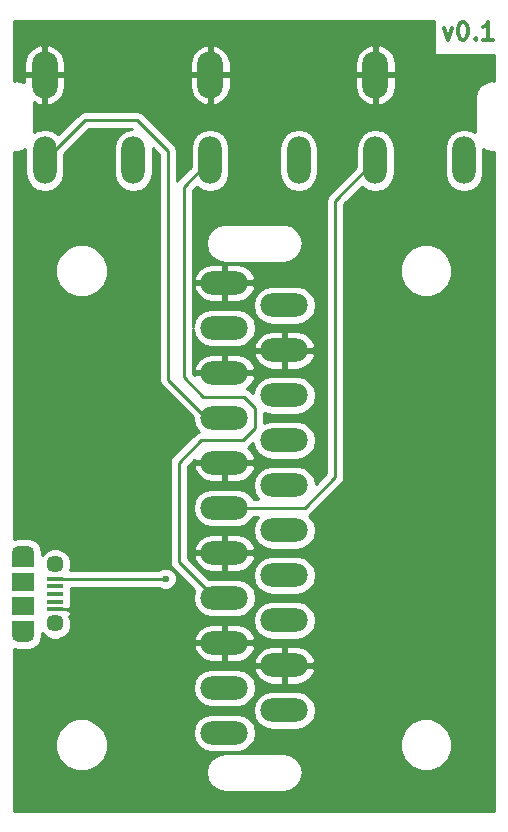
<source format=gtl>
G04 #@! TF.FileFunction,Copper,L1,Top,Signal*
%FSLAX46Y46*%
G04 Gerber Fmt 4.6, Leading zero omitted, Abs format (unit mm)*
G04 Created by KiCad (PCBNEW 4.0.7) date 06/08/18 01:01:08*
%MOMM*%
%LPD*%
G01*
G04 APERTURE LIST*
%ADD10C,0.100000*%
%ADD11C,0.300000*%
%ADD12O,2.200000X4.000000*%
%ADD13O,2.000000X4.000000*%
%ADD14O,4.000000X2.000000*%
%ADD15R,1.900000X1.500000*%
%ADD16C,1.450000*%
%ADD17R,1.350000X0.400000*%
%ADD18O,1.900000X1.200000*%
%ADD19R,1.900000X1.200000*%
%ADD20C,0.600000*%
%ADD21C,0.250000*%
%ADD22C,0.254000*%
G04 APERTURE END LIST*
D10*
D11*
X166518201Y-67689611D02*
X166875344Y-68689611D01*
X167232486Y-67689611D01*
X168089629Y-67189611D02*
X168232486Y-67189611D01*
X168375343Y-67261040D01*
X168446772Y-67332469D01*
X168518201Y-67475326D01*
X168589629Y-67761040D01*
X168589629Y-68118183D01*
X168518201Y-68403897D01*
X168446772Y-68546754D01*
X168375343Y-68618183D01*
X168232486Y-68689611D01*
X168089629Y-68689611D01*
X167946772Y-68618183D01*
X167875343Y-68546754D01*
X167803915Y-68403897D01*
X167732486Y-68118183D01*
X167732486Y-67761040D01*
X167803915Y-67475326D01*
X167875343Y-67332469D01*
X167946772Y-67261040D01*
X168089629Y-67189611D01*
X169232486Y-68546754D02*
X169303914Y-68618183D01*
X169232486Y-68689611D01*
X169161057Y-68618183D01*
X169232486Y-68546754D01*
X169232486Y-68689611D01*
X170732486Y-68689611D02*
X169875343Y-68689611D01*
X170303915Y-68689611D02*
X170303915Y-67189611D01*
X170161058Y-67403897D01*
X170018200Y-67546754D01*
X169875343Y-67618183D01*
D12*
X132745000Y-71671000D03*
X146745000Y-71671000D03*
X160745000Y-71671000D03*
D13*
X132745000Y-78921000D03*
X140245000Y-78921000D03*
X168245000Y-78921000D03*
X160745000Y-78921000D03*
X154245000Y-78921000D03*
X146745000Y-78921000D03*
D14*
X153035000Y-91176000D03*
X153035000Y-94986000D03*
X153035000Y-98796000D03*
X153035000Y-102606000D03*
X153035000Y-125466000D03*
X153035000Y-121656000D03*
X153035000Y-117846000D03*
X153035000Y-114036000D03*
X153035000Y-110226000D03*
X153035000Y-106416000D03*
X147955000Y-127381000D03*
X147955000Y-123571000D03*
X147955000Y-119761000D03*
X147955000Y-115951000D03*
X147955000Y-112141000D03*
X147955000Y-89281000D03*
X147955000Y-93091000D03*
X147955000Y-96901000D03*
X147955000Y-100711000D03*
X147955000Y-104521000D03*
X147955000Y-108331000D03*
D15*
X130937520Y-116620800D03*
D16*
X133637520Y-113120800D03*
D17*
X133637520Y-114970800D03*
X133637520Y-114320800D03*
X133637520Y-116920800D03*
X133637520Y-116270800D03*
X133637520Y-115620800D03*
D16*
X133637520Y-118120800D03*
D15*
X130937520Y-114620800D03*
D18*
X130937520Y-112120800D03*
X130937520Y-119120800D03*
D19*
X130937520Y-118520800D03*
X130937520Y-112720800D03*
D20*
X159258000Y-87376000D03*
X143764000Y-121158000D03*
X142976600Y-114330480D03*
D21*
X133637520Y-116920800D02*
X135534880Y-116920800D01*
X135534880Y-116920800D02*
X135554720Y-116900960D01*
X147955000Y-100711000D02*
X146431000Y-100711000D01*
X146431000Y-100711000D02*
X143192500Y-97472500D01*
X143192500Y-97472500D02*
X143192500Y-78105000D01*
X143192500Y-78105000D02*
X140589000Y-75501500D01*
X140589000Y-75501500D02*
X136164500Y-75501500D01*
X136164500Y-75501500D02*
X132745000Y-78921000D01*
X147955000Y-108331000D02*
X154749500Y-108331000D01*
X157353000Y-82313000D02*
X160745000Y-78921000D01*
X157353000Y-105727500D02*
X157353000Y-82313000D01*
X154749500Y-108331000D02*
X157353000Y-105727500D01*
X144526000Y-81140000D02*
X146745000Y-78921000D01*
X144526000Y-97282000D02*
X144526000Y-81140000D01*
X146177000Y-98933000D02*
X144526000Y-97282000D01*
X149606000Y-98933000D02*
X146177000Y-98933000D01*
X150558500Y-99885500D02*
X149606000Y-98933000D01*
X150558500Y-101600000D02*
X150558500Y-99885500D01*
X149542500Y-102616000D02*
X150558500Y-101600000D01*
X145986500Y-102616000D02*
X149542500Y-102616000D01*
X147955000Y-115951000D02*
X147129500Y-115951000D01*
X147129500Y-115951000D02*
X144081500Y-112903000D01*
X144081500Y-104521000D02*
X145986500Y-102616000D01*
X144081500Y-112903000D02*
X144081500Y-104521000D01*
X147955000Y-115951000D02*
X148590000Y-115951000D01*
X133637520Y-114320800D02*
X142966920Y-114320800D01*
X142966920Y-114320800D02*
X142976600Y-114330480D01*
D22*
G36*
X165668915Y-69996040D02*
X170803500Y-69996040D01*
X170803500Y-72159048D01*
X170645000Y-72127520D01*
X170076715Y-72240559D01*
X169594946Y-72562466D01*
X169273039Y-73044235D01*
X169160000Y-73612520D01*
X169160000Y-76552146D01*
X168870687Y-76358834D01*
X168245000Y-76234377D01*
X167619313Y-76358834D01*
X167088880Y-76713257D01*
X166734457Y-77243690D01*
X166610000Y-77869377D01*
X166610000Y-79972623D01*
X166734457Y-80598310D01*
X167088880Y-81128743D01*
X167619313Y-81483166D01*
X168245000Y-81607623D01*
X168870687Y-81483166D01*
X169401120Y-81128743D01*
X169755543Y-80598310D01*
X169880000Y-79972623D01*
X169880000Y-77970001D01*
X170076715Y-78101441D01*
X170645000Y-78214480D01*
X170803500Y-78182952D01*
X170803500Y-133973500D01*
X130186500Y-133973500D01*
X130186500Y-130731000D01*
X146380950Y-130731000D01*
X146505407Y-131356687D01*
X146859830Y-131887120D01*
X147390263Y-132241543D01*
X148015950Y-132366000D01*
X152974050Y-132366000D01*
X153599737Y-132241543D01*
X154130170Y-131887120D01*
X154484593Y-131356687D01*
X154609050Y-130731000D01*
X154484593Y-130105313D01*
X154130170Y-129574880D01*
X153599737Y-129220457D01*
X152974050Y-129096000D01*
X148015950Y-129096000D01*
X147390263Y-129220457D01*
X146859830Y-129574880D01*
X146505407Y-130105313D01*
X146380950Y-130731000D01*
X130186500Y-130731000D01*
X130186500Y-128844369D01*
X133622863Y-128844369D01*
X133962405Y-129666122D01*
X134590571Y-130295386D01*
X135411731Y-130636361D01*
X136300869Y-130637137D01*
X137122622Y-130297595D01*
X137751886Y-129669429D01*
X138092861Y-128848269D01*
X138093637Y-127959131D01*
X137854758Y-127381000D01*
X145268377Y-127381000D01*
X145392834Y-128006687D01*
X145747257Y-128537120D01*
X146277690Y-128891543D01*
X146903377Y-129016000D01*
X149006623Y-129016000D01*
X149632310Y-128891543D01*
X149702911Y-128844369D01*
X162796363Y-128844369D01*
X163135905Y-129666122D01*
X163764071Y-130295386D01*
X164585231Y-130636361D01*
X165474369Y-130637137D01*
X166296122Y-130297595D01*
X166925386Y-129669429D01*
X167266361Y-128848269D01*
X167267137Y-127959131D01*
X166927595Y-127137378D01*
X166299429Y-126508114D01*
X165478269Y-126167139D01*
X164589131Y-126166363D01*
X163767378Y-126505905D01*
X163138114Y-127134071D01*
X162797139Y-127955231D01*
X162796363Y-128844369D01*
X149702911Y-128844369D01*
X150162743Y-128537120D01*
X150517166Y-128006687D01*
X150641623Y-127381000D01*
X150517166Y-126755313D01*
X150162743Y-126224880D01*
X149632310Y-125870457D01*
X149006623Y-125746000D01*
X146903377Y-125746000D01*
X146277690Y-125870457D01*
X145747257Y-126224880D01*
X145392834Y-126755313D01*
X145268377Y-127381000D01*
X137854758Y-127381000D01*
X137754095Y-127137378D01*
X137125929Y-126508114D01*
X136304769Y-126167139D01*
X135415631Y-126166363D01*
X134593878Y-126505905D01*
X133964614Y-127134071D01*
X133623639Y-127955231D01*
X133622863Y-128844369D01*
X130186500Y-128844369D01*
X130186500Y-125466000D01*
X150348377Y-125466000D01*
X150472834Y-126091687D01*
X150827257Y-126622120D01*
X151357690Y-126976543D01*
X151983377Y-127101000D01*
X154086623Y-127101000D01*
X154712310Y-126976543D01*
X155242743Y-126622120D01*
X155597166Y-126091687D01*
X155721623Y-125466000D01*
X155597166Y-124840313D01*
X155242743Y-124309880D01*
X154712310Y-123955457D01*
X154086623Y-123831000D01*
X151983377Y-123831000D01*
X151357690Y-123955457D01*
X150827257Y-124309880D01*
X150472834Y-124840313D01*
X150348377Y-125466000D01*
X130186500Y-125466000D01*
X130186500Y-123571000D01*
X145268377Y-123571000D01*
X145392834Y-124196687D01*
X145747257Y-124727120D01*
X146277690Y-125081543D01*
X146903377Y-125206000D01*
X149006623Y-125206000D01*
X149632310Y-125081543D01*
X150162743Y-124727120D01*
X150517166Y-124196687D01*
X150641623Y-123571000D01*
X150517166Y-122945313D01*
X150162743Y-122414880D01*
X149632310Y-122060457D01*
X149511539Y-122036434D01*
X150444876Y-122036434D01*
X150475856Y-122164355D01*
X150789078Y-122722317D01*
X151291980Y-123117942D01*
X151908000Y-123291000D01*
X152908000Y-123291000D01*
X152908000Y-121783000D01*
X153162000Y-121783000D01*
X153162000Y-123291000D01*
X154162000Y-123291000D01*
X154778020Y-123117942D01*
X155280922Y-122722317D01*
X155594144Y-122164355D01*
X155625124Y-122036434D01*
X155505777Y-121783000D01*
X153162000Y-121783000D01*
X152908000Y-121783000D01*
X150564223Y-121783000D01*
X150444876Y-122036434D01*
X149511539Y-122036434D01*
X149006623Y-121936000D01*
X146903377Y-121936000D01*
X146277690Y-122060457D01*
X145747257Y-122414880D01*
X145392834Y-122945313D01*
X145268377Y-123571000D01*
X130186500Y-123571000D01*
X130186500Y-120282209D01*
X130556468Y-120355800D01*
X131318572Y-120355800D01*
X131791186Y-120261791D01*
X131971313Y-120141434D01*
X145364876Y-120141434D01*
X145395856Y-120269355D01*
X145709078Y-120827317D01*
X146211980Y-121222942D01*
X146828000Y-121396000D01*
X147828000Y-121396000D01*
X147828000Y-119888000D01*
X148082000Y-119888000D01*
X148082000Y-121396000D01*
X149082000Y-121396000D01*
X149510698Y-121275566D01*
X150444876Y-121275566D01*
X150564223Y-121529000D01*
X152908000Y-121529000D01*
X152908000Y-120021000D01*
X153162000Y-120021000D01*
X153162000Y-121529000D01*
X155505777Y-121529000D01*
X155625124Y-121275566D01*
X155594144Y-121147645D01*
X155280922Y-120589683D01*
X154778020Y-120194058D01*
X154162000Y-120021000D01*
X153162000Y-120021000D01*
X152908000Y-120021000D01*
X151908000Y-120021000D01*
X151291980Y-120194058D01*
X150789078Y-120589683D01*
X150475856Y-121147645D01*
X150444876Y-121275566D01*
X149510698Y-121275566D01*
X149698020Y-121222942D01*
X150200922Y-120827317D01*
X150514144Y-120269355D01*
X150545124Y-120141434D01*
X150425777Y-119888000D01*
X148082000Y-119888000D01*
X147828000Y-119888000D01*
X145484223Y-119888000D01*
X145364876Y-120141434D01*
X131971313Y-120141434D01*
X132191849Y-119994077D01*
X132459563Y-119593414D01*
X132553572Y-119120800D01*
X132534960Y-119027231D01*
X132534960Y-118941325D01*
X132866136Y-119273080D01*
X133365812Y-119480563D01*
X133906854Y-119481036D01*
X134150009Y-119380566D01*
X145364876Y-119380566D01*
X145484223Y-119634000D01*
X147828000Y-119634000D01*
X147828000Y-118126000D01*
X148082000Y-118126000D01*
X148082000Y-119634000D01*
X150425777Y-119634000D01*
X150545124Y-119380566D01*
X150514144Y-119252645D01*
X150200922Y-118694683D01*
X149698020Y-118299058D01*
X149082000Y-118126000D01*
X148082000Y-118126000D01*
X147828000Y-118126000D01*
X146828000Y-118126000D01*
X146211980Y-118299058D01*
X145709078Y-118694683D01*
X145395856Y-119252645D01*
X145364876Y-119380566D01*
X134150009Y-119380566D01*
X134406892Y-119274424D01*
X134789800Y-118892184D01*
X134997283Y-118392508D01*
X134997756Y-117851466D01*
X134995498Y-117846000D01*
X150348377Y-117846000D01*
X150472834Y-118471687D01*
X150827257Y-119002120D01*
X151357690Y-119356543D01*
X151983377Y-119481000D01*
X154086623Y-119481000D01*
X154712310Y-119356543D01*
X155242743Y-119002120D01*
X155597166Y-118471687D01*
X155721623Y-117846000D01*
X155597166Y-117220313D01*
X155242743Y-116689880D01*
X154712310Y-116335457D01*
X154086623Y-116211000D01*
X151983377Y-116211000D01*
X151357690Y-116335457D01*
X150827257Y-116689880D01*
X150472834Y-117220313D01*
X150348377Y-117846000D01*
X134995498Y-117846000D01*
X134846338Y-117485007D01*
X134850847Y-117480498D01*
X134947520Y-117247109D01*
X134947520Y-117179550D01*
X134788770Y-117020800D01*
X134630453Y-117020800D01*
X134763961Y-116934890D01*
X134908951Y-116722690D01*
X134914555Y-116695015D01*
X134947520Y-116662050D01*
X134947520Y-116594491D01*
X134939052Y-116574047D01*
X134959960Y-116470800D01*
X134959960Y-116070800D01*
X134935576Y-115941211D01*
X134959960Y-115820800D01*
X134959960Y-115420800D01*
X134935576Y-115291211D01*
X134959960Y-115170800D01*
X134959960Y-115080800D01*
X142404474Y-115080800D01*
X142446273Y-115122672D01*
X142789801Y-115265318D01*
X143161767Y-115265642D01*
X143505543Y-115123597D01*
X143768792Y-114860807D01*
X143911438Y-114517279D01*
X143911762Y-114145313D01*
X143769717Y-113801537D01*
X143506927Y-113538288D01*
X143163399Y-113395642D01*
X142791433Y-113395318D01*
X142447657Y-113537363D01*
X142424179Y-113560800D01*
X134927402Y-113560800D01*
X134997283Y-113392508D01*
X134997756Y-112851466D01*
X134791144Y-112351428D01*
X134408904Y-111968520D01*
X133909228Y-111761037D01*
X133368186Y-111760564D01*
X132868148Y-111967176D01*
X132534960Y-112299783D01*
X132534960Y-112214369D01*
X132553572Y-112120800D01*
X132459563Y-111648186D01*
X132191849Y-111247523D01*
X131791186Y-110979809D01*
X131318572Y-110885800D01*
X130556468Y-110885800D01*
X130186500Y-110959391D01*
X130186500Y-88702869D01*
X133622863Y-88702869D01*
X133962405Y-89524622D01*
X134590571Y-90153886D01*
X135411731Y-90494861D01*
X136300869Y-90495637D01*
X137122622Y-90156095D01*
X137751886Y-89527929D01*
X138092861Y-88706769D01*
X138093637Y-87817631D01*
X137754095Y-86995878D01*
X137125929Y-86366614D01*
X136304769Y-86025639D01*
X135415631Y-86024863D01*
X134593878Y-86364405D01*
X133964614Y-86992571D01*
X133623639Y-87813731D01*
X133622863Y-88702869D01*
X130186500Y-88702869D01*
X130186500Y-78182952D01*
X130345000Y-78214480D01*
X130913285Y-78101441D01*
X131110000Y-77970001D01*
X131110000Y-79972623D01*
X131234457Y-80598310D01*
X131588880Y-81128743D01*
X132119313Y-81483166D01*
X132745000Y-81607623D01*
X133370687Y-81483166D01*
X133901120Y-81128743D01*
X134255543Y-80598310D01*
X134380000Y-79972623D01*
X134380000Y-78360802D01*
X136479302Y-76261500D01*
X140108644Y-76261500D01*
X139619313Y-76358834D01*
X139088880Y-76713257D01*
X138734457Y-77243690D01*
X138610000Y-77869377D01*
X138610000Y-79972623D01*
X138734457Y-80598310D01*
X139088880Y-81128743D01*
X139619313Y-81483166D01*
X140245000Y-81607623D01*
X140870687Y-81483166D01*
X141401120Y-81128743D01*
X141755543Y-80598310D01*
X141880000Y-79972623D01*
X141880000Y-77869377D01*
X141879485Y-77866787D01*
X142432500Y-78419802D01*
X142432500Y-97472500D01*
X142490352Y-97763339D01*
X142655099Y-98009901D01*
X145282947Y-100637749D01*
X145268377Y-100711000D01*
X145392834Y-101336687D01*
X145747257Y-101867120D01*
X145789316Y-101895223D01*
X145695661Y-101913852D01*
X145449099Y-102078599D01*
X143544099Y-103983599D01*
X143379352Y-104230161D01*
X143321500Y-104521000D01*
X143321500Y-112903000D01*
X143379352Y-113193839D01*
X143544099Y-113440401D01*
X145407324Y-115303626D01*
X145392834Y-115325313D01*
X145268377Y-115951000D01*
X145392834Y-116576687D01*
X145747257Y-117107120D01*
X146277690Y-117461543D01*
X146903377Y-117586000D01*
X149006623Y-117586000D01*
X149632310Y-117461543D01*
X150162743Y-117107120D01*
X150517166Y-116576687D01*
X150641623Y-115951000D01*
X150517166Y-115325313D01*
X150162743Y-114794880D01*
X149632310Y-114440457D01*
X149006623Y-114316000D01*
X146903377Y-114316000D01*
X146624729Y-114371427D01*
X146289302Y-114036000D01*
X150348377Y-114036000D01*
X150472834Y-114661687D01*
X150827257Y-115192120D01*
X151357690Y-115546543D01*
X151983377Y-115671000D01*
X154086623Y-115671000D01*
X154712310Y-115546543D01*
X155242743Y-115192120D01*
X155597166Y-114661687D01*
X155721623Y-114036000D01*
X155597166Y-113410313D01*
X155242743Y-112879880D01*
X154712310Y-112525457D01*
X154086623Y-112401000D01*
X151983377Y-112401000D01*
X151357690Y-112525457D01*
X150827257Y-112879880D01*
X150472834Y-113410313D01*
X150348377Y-114036000D01*
X146289302Y-114036000D01*
X144841500Y-112588198D01*
X144841500Y-112521434D01*
X145364876Y-112521434D01*
X145395856Y-112649355D01*
X145709078Y-113207317D01*
X146211980Y-113602942D01*
X146828000Y-113776000D01*
X147828000Y-113776000D01*
X147828000Y-112268000D01*
X148082000Y-112268000D01*
X148082000Y-113776000D01*
X149082000Y-113776000D01*
X149698020Y-113602942D01*
X150200922Y-113207317D01*
X150514144Y-112649355D01*
X150545124Y-112521434D01*
X150425777Y-112268000D01*
X148082000Y-112268000D01*
X147828000Y-112268000D01*
X145484223Y-112268000D01*
X145364876Y-112521434D01*
X144841500Y-112521434D01*
X144841500Y-111760566D01*
X145364876Y-111760566D01*
X145484223Y-112014000D01*
X147828000Y-112014000D01*
X147828000Y-110506000D01*
X148082000Y-110506000D01*
X148082000Y-112014000D01*
X150425777Y-112014000D01*
X150545124Y-111760566D01*
X150514144Y-111632645D01*
X150200922Y-111074683D01*
X149698020Y-110679058D01*
X149082000Y-110506000D01*
X148082000Y-110506000D01*
X147828000Y-110506000D01*
X146828000Y-110506000D01*
X146211980Y-110679058D01*
X145709078Y-111074683D01*
X145395856Y-111632645D01*
X145364876Y-111760566D01*
X144841500Y-111760566D01*
X144841500Y-108331000D01*
X145268377Y-108331000D01*
X145392834Y-108956687D01*
X145747257Y-109487120D01*
X146277690Y-109841543D01*
X146903377Y-109966000D01*
X149006623Y-109966000D01*
X149632310Y-109841543D01*
X150162743Y-109487120D01*
X150427421Y-109091000D01*
X150813145Y-109091000D01*
X150472834Y-109600313D01*
X150348377Y-110226000D01*
X150472834Y-110851687D01*
X150827257Y-111382120D01*
X151357690Y-111736543D01*
X151983377Y-111861000D01*
X154086623Y-111861000D01*
X154712310Y-111736543D01*
X155242743Y-111382120D01*
X155597166Y-110851687D01*
X155721623Y-110226000D01*
X155597166Y-109600313D01*
X155242743Y-109069880D01*
X155114054Y-108983893D01*
X155286901Y-108868401D01*
X157890401Y-106264901D01*
X158055148Y-106018339D01*
X158113000Y-105727500D01*
X158113000Y-88702869D01*
X162796363Y-88702869D01*
X163135905Y-89524622D01*
X163764071Y-90153886D01*
X164585231Y-90494861D01*
X165474369Y-90495637D01*
X166296122Y-90156095D01*
X166925386Y-89527929D01*
X167266361Y-88706769D01*
X167267137Y-87817631D01*
X166927595Y-86995878D01*
X166299429Y-86366614D01*
X165478269Y-86025639D01*
X164589131Y-86024863D01*
X163767378Y-86364405D01*
X163138114Y-86992571D01*
X162797139Y-87813731D01*
X162796363Y-88702869D01*
X158113000Y-88702869D01*
X158113000Y-82627802D01*
X159602775Y-81138027D01*
X160119313Y-81483166D01*
X160745000Y-81607623D01*
X161370687Y-81483166D01*
X161901120Y-81128743D01*
X162255543Y-80598310D01*
X162380000Y-79972623D01*
X162380000Y-77869377D01*
X162255543Y-77243690D01*
X161901120Y-76713257D01*
X161370687Y-76358834D01*
X160745000Y-76234377D01*
X160119313Y-76358834D01*
X159588880Y-76713257D01*
X159234457Y-77243690D01*
X159110000Y-77869377D01*
X159110000Y-79481198D01*
X156815599Y-81775599D01*
X156650852Y-82022161D01*
X156593000Y-82313000D01*
X156593000Y-105412698D01*
X155699735Y-106305963D01*
X155597166Y-105790313D01*
X155242743Y-105259880D01*
X154712310Y-104905457D01*
X154086623Y-104781000D01*
X151983377Y-104781000D01*
X151357690Y-104905457D01*
X150827257Y-105259880D01*
X150472834Y-105790313D01*
X150348377Y-106416000D01*
X150472834Y-107041687D01*
X150826509Y-107571000D01*
X150427421Y-107571000D01*
X150162743Y-107174880D01*
X149632310Y-106820457D01*
X149006623Y-106696000D01*
X146903377Y-106696000D01*
X146277690Y-106820457D01*
X145747257Y-107174880D01*
X145392834Y-107705313D01*
X145268377Y-108331000D01*
X144841500Y-108331000D01*
X144841500Y-104901434D01*
X145364876Y-104901434D01*
X145395856Y-105029355D01*
X145709078Y-105587317D01*
X146211980Y-105982942D01*
X146828000Y-106156000D01*
X147828000Y-106156000D01*
X147828000Y-104648000D01*
X148082000Y-104648000D01*
X148082000Y-106156000D01*
X149082000Y-106156000D01*
X149698020Y-105982942D01*
X150200922Y-105587317D01*
X150514144Y-105029355D01*
X150545124Y-104901434D01*
X150425777Y-104648000D01*
X148082000Y-104648000D01*
X147828000Y-104648000D01*
X145484223Y-104648000D01*
X145364876Y-104901434D01*
X144841500Y-104901434D01*
X144841500Y-104835802D01*
X145419898Y-104257404D01*
X145484223Y-104394000D01*
X147828000Y-104394000D01*
X147828000Y-104374000D01*
X148082000Y-104374000D01*
X148082000Y-104394000D01*
X150425777Y-104394000D01*
X150545124Y-104140566D01*
X150514144Y-104012645D01*
X150200922Y-103454683D01*
X149938254Y-103248046D01*
X150079901Y-103153401D01*
X150394654Y-102838648D01*
X150472834Y-103231687D01*
X150827257Y-103762120D01*
X151357690Y-104116543D01*
X151983377Y-104241000D01*
X154086623Y-104241000D01*
X154712310Y-104116543D01*
X155242743Y-103762120D01*
X155597166Y-103231687D01*
X155721623Y-102606000D01*
X155597166Y-101980313D01*
X155242743Y-101449880D01*
X154712310Y-101095457D01*
X154086623Y-100971000D01*
X151983377Y-100971000D01*
X151357690Y-101095457D01*
X151318500Y-101121643D01*
X151318500Y-100280357D01*
X151357690Y-100306543D01*
X151983377Y-100431000D01*
X154086623Y-100431000D01*
X154712310Y-100306543D01*
X155242743Y-99952120D01*
X155597166Y-99421687D01*
X155721623Y-98796000D01*
X155597166Y-98170313D01*
X155242743Y-97639880D01*
X154712310Y-97285457D01*
X154086623Y-97161000D01*
X151983377Y-97161000D01*
X151357690Y-97285457D01*
X150827257Y-97639880D01*
X150472834Y-98170313D01*
X150380800Y-98632998D01*
X150143401Y-98395599D01*
X149896839Y-98230852D01*
X149872166Y-98225944D01*
X150200922Y-97967317D01*
X150514144Y-97409355D01*
X150545124Y-97281434D01*
X150425777Y-97028000D01*
X148082000Y-97028000D01*
X148082000Y-97048000D01*
X147828000Y-97048000D01*
X147828000Y-97028000D01*
X145484223Y-97028000D01*
X145440227Y-97121425D01*
X145286000Y-96967198D01*
X145286000Y-96520566D01*
X145364876Y-96520566D01*
X145484223Y-96774000D01*
X147828000Y-96774000D01*
X147828000Y-95266000D01*
X148082000Y-95266000D01*
X148082000Y-96774000D01*
X150425777Y-96774000D01*
X150545124Y-96520566D01*
X150514144Y-96392645D01*
X150200922Y-95834683D01*
X149698020Y-95439058D01*
X149439507Y-95366434D01*
X150444876Y-95366434D01*
X150475856Y-95494355D01*
X150789078Y-96052317D01*
X151291980Y-96447942D01*
X151908000Y-96621000D01*
X152908000Y-96621000D01*
X152908000Y-95113000D01*
X153162000Y-95113000D01*
X153162000Y-96621000D01*
X154162000Y-96621000D01*
X154778020Y-96447942D01*
X155280922Y-96052317D01*
X155594144Y-95494355D01*
X155625124Y-95366434D01*
X155505777Y-95113000D01*
X153162000Y-95113000D01*
X152908000Y-95113000D01*
X150564223Y-95113000D01*
X150444876Y-95366434D01*
X149439507Y-95366434D01*
X149082000Y-95266000D01*
X148082000Y-95266000D01*
X147828000Y-95266000D01*
X146828000Y-95266000D01*
X146211980Y-95439058D01*
X145709078Y-95834683D01*
X145395856Y-96392645D01*
X145364876Y-96520566D01*
X145286000Y-96520566D01*
X145286000Y-93179597D01*
X145392834Y-93716687D01*
X145747257Y-94247120D01*
X146277690Y-94601543D01*
X146903377Y-94726000D01*
X149006623Y-94726000D01*
X149612085Y-94605566D01*
X150444876Y-94605566D01*
X150564223Y-94859000D01*
X152908000Y-94859000D01*
X152908000Y-93351000D01*
X153162000Y-93351000D01*
X153162000Y-94859000D01*
X155505777Y-94859000D01*
X155625124Y-94605566D01*
X155594144Y-94477645D01*
X155280922Y-93919683D01*
X154778020Y-93524058D01*
X154162000Y-93351000D01*
X153162000Y-93351000D01*
X152908000Y-93351000D01*
X151908000Y-93351000D01*
X151291980Y-93524058D01*
X150789078Y-93919683D01*
X150475856Y-94477645D01*
X150444876Y-94605566D01*
X149612085Y-94605566D01*
X149632310Y-94601543D01*
X150162743Y-94247120D01*
X150517166Y-93716687D01*
X150641623Y-93091000D01*
X150517166Y-92465313D01*
X150162743Y-91934880D01*
X149632310Y-91580457D01*
X149006623Y-91456000D01*
X146903377Y-91456000D01*
X146277690Y-91580457D01*
X145747257Y-91934880D01*
X145392834Y-92465313D01*
X145286000Y-93002403D01*
X145286000Y-91176000D01*
X150348377Y-91176000D01*
X150472834Y-91801687D01*
X150827257Y-92332120D01*
X151357690Y-92686543D01*
X151983377Y-92811000D01*
X154086623Y-92811000D01*
X154712310Y-92686543D01*
X155242743Y-92332120D01*
X155597166Y-91801687D01*
X155721623Y-91176000D01*
X155597166Y-90550313D01*
X155242743Y-90019880D01*
X154712310Y-89665457D01*
X154086623Y-89541000D01*
X151983377Y-89541000D01*
X151357690Y-89665457D01*
X150827257Y-90019880D01*
X150472834Y-90550313D01*
X150348377Y-91176000D01*
X145286000Y-91176000D01*
X145286000Y-89661434D01*
X145364876Y-89661434D01*
X145395856Y-89789355D01*
X145709078Y-90347317D01*
X146211980Y-90742942D01*
X146828000Y-90916000D01*
X147828000Y-90916000D01*
X147828000Y-89408000D01*
X148082000Y-89408000D01*
X148082000Y-90916000D01*
X149082000Y-90916000D01*
X149698020Y-90742942D01*
X150200922Y-90347317D01*
X150514144Y-89789355D01*
X150545124Y-89661434D01*
X150425777Y-89408000D01*
X148082000Y-89408000D01*
X147828000Y-89408000D01*
X145484223Y-89408000D01*
X145364876Y-89661434D01*
X145286000Y-89661434D01*
X145286000Y-88900566D01*
X145364876Y-88900566D01*
X145484223Y-89154000D01*
X147828000Y-89154000D01*
X147828000Y-87646000D01*
X148082000Y-87646000D01*
X148082000Y-89154000D01*
X150425777Y-89154000D01*
X150545124Y-88900566D01*
X150514144Y-88772645D01*
X150200922Y-88214683D01*
X149698020Y-87819058D01*
X149082000Y-87646000D01*
X148082000Y-87646000D01*
X147828000Y-87646000D01*
X146828000Y-87646000D01*
X146211980Y-87819058D01*
X145709078Y-88214683D01*
X145395856Y-88772645D01*
X145364876Y-88900566D01*
X145286000Y-88900566D01*
X145286000Y-85931000D01*
X146380950Y-85931000D01*
X146505407Y-86556687D01*
X146859830Y-87087120D01*
X147390263Y-87441543D01*
X148015950Y-87566000D01*
X152974050Y-87566000D01*
X153599737Y-87441543D01*
X154130170Y-87087120D01*
X154484593Y-86556687D01*
X154609050Y-85931000D01*
X154484593Y-85305313D01*
X154130170Y-84774880D01*
X153599737Y-84420457D01*
X152974050Y-84296000D01*
X148015950Y-84296000D01*
X147390263Y-84420457D01*
X146859830Y-84774880D01*
X146505407Y-85305313D01*
X146380950Y-85931000D01*
X145286000Y-85931000D01*
X145286000Y-81454802D01*
X145602775Y-81138027D01*
X146119313Y-81483166D01*
X146745000Y-81607623D01*
X147370687Y-81483166D01*
X147901120Y-81128743D01*
X148255543Y-80598310D01*
X148380000Y-79972623D01*
X148380000Y-77869377D01*
X152610000Y-77869377D01*
X152610000Y-79972623D01*
X152734457Y-80598310D01*
X153088880Y-81128743D01*
X153619313Y-81483166D01*
X154245000Y-81607623D01*
X154870687Y-81483166D01*
X155401120Y-81128743D01*
X155755543Y-80598310D01*
X155880000Y-79972623D01*
X155880000Y-77869377D01*
X155755543Y-77243690D01*
X155401120Y-76713257D01*
X154870687Y-76358834D01*
X154245000Y-76234377D01*
X153619313Y-76358834D01*
X153088880Y-76713257D01*
X152734457Y-77243690D01*
X152610000Y-77869377D01*
X148380000Y-77869377D01*
X148255543Y-77243690D01*
X147901120Y-76713257D01*
X147370687Y-76358834D01*
X146745000Y-76234377D01*
X146119313Y-76358834D01*
X145588880Y-76713257D01*
X145234457Y-77243690D01*
X145110000Y-77869377D01*
X145110000Y-79481198D01*
X143988599Y-80602599D01*
X143952500Y-80656625D01*
X143952500Y-78105000D01*
X143894648Y-77814161D01*
X143729901Y-77567599D01*
X141126401Y-74964099D01*
X140879839Y-74799352D01*
X140589000Y-74741500D01*
X136164500Y-74741500D01*
X135873660Y-74799352D01*
X135627099Y-74964099D01*
X133887225Y-76703973D01*
X133370687Y-76358834D01*
X132745000Y-76234377D01*
X132119313Y-76358834D01*
X131830000Y-76552146D01*
X131830000Y-74013574D01*
X132198376Y-74222531D01*
X132348878Y-74260175D01*
X132618000Y-74142125D01*
X132618000Y-71798000D01*
X132872000Y-71798000D01*
X132872000Y-74142125D01*
X133141122Y-74260175D01*
X133291624Y-74222531D01*
X133882028Y-73887632D01*
X134299330Y-73352288D01*
X134480000Y-72698000D01*
X134480000Y-71798000D01*
X145010000Y-71798000D01*
X145010000Y-72698000D01*
X145190670Y-73352288D01*
X145607972Y-73887632D01*
X146198376Y-74222531D01*
X146348878Y-74260175D01*
X146618000Y-74142125D01*
X146618000Y-71798000D01*
X146872000Y-71798000D01*
X146872000Y-74142125D01*
X147141122Y-74260175D01*
X147291624Y-74222531D01*
X147882028Y-73887632D01*
X148299330Y-73352288D01*
X148480000Y-72698000D01*
X148480000Y-71798000D01*
X159010000Y-71798000D01*
X159010000Y-72698000D01*
X159190670Y-73352288D01*
X159607972Y-73887632D01*
X160198376Y-74222531D01*
X160348878Y-74260175D01*
X160618000Y-74142125D01*
X160618000Y-71798000D01*
X160872000Y-71798000D01*
X160872000Y-74142125D01*
X161141122Y-74260175D01*
X161291624Y-74222531D01*
X161882028Y-73887632D01*
X162299330Y-73352288D01*
X162480000Y-72698000D01*
X162480000Y-71798000D01*
X160872000Y-71798000D01*
X160618000Y-71798000D01*
X159010000Y-71798000D01*
X148480000Y-71798000D01*
X146872000Y-71798000D01*
X146618000Y-71798000D01*
X145010000Y-71798000D01*
X134480000Y-71798000D01*
X132872000Y-71798000D01*
X132618000Y-71798000D01*
X131010000Y-71798000D01*
X131010000Y-72305182D01*
X130913285Y-72240559D01*
X130345000Y-72127520D01*
X130186500Y-72159048D01*
X130186500Y-70644000D01*
X131010000Y-70644000D01*
X131010000Y-71544000D01*
X132618000Y-71544000D01*
X132618000Y-69199875D01*
X132872000Y-69199875D01*
X132872000Y-71544000D01*
X134480000Y-71544000D01*
X134480000Y-70644000D01*
X145010000Y-70644000D01*
X145010000Y-71544000D01*
X146618000Y-71544000D01*
X146618000Y-69199875D01*
X146872000Y-69199875D01*
X146872000Y-71544000D01*
X148480000Y-71544000D01*
X148480000Y-70644000D01*
X159010000Y-70644000D01*
X159010000Y-71544000D01*
X160618000Y-71544000D01*
X160618000Y-69199875D01*
X160872000Y-69199875D01*
X160872000Y-71544000D01*
X162480000Y-71544000D01*
X162480000Y-70644000D01*
X162299330Y-69989712D01*
X161882028Y-69454368D01*
X161291624Y-69119469D01*
X161141122Y-69081825D01*
X160872000Y-69199875D01*
X160618000Y-69199875D01*
X160348878Y-69081825D01*
X160198376Y-69119469D01*
X159607972Y-69454368D01*
X159190670Y-69989712D01*
X159010000Y-70644000D01*
X148480000Y-70644000D01*
X148299330Y-69989712D01*
X147882028Y-69454368D01*
X147291624Y-69119469D01*
X147141122Y-69081825D01*
X146872000Y-69199875D01*
X146618000Y-69199875D01*
X146348878Y-69081825D01*
X146198376Y-69119469D01*
X145607972Y-69454368D01*
X145190670Y-69989712D01*
X145010000Y-70644000D01*
X134480000Y-70644000D01*
X134299330Y-69989712D01*
X133882028Y-69454368D01*
X133291624Y-69119469D01*
X133141122Y-69081825D01*
X132872000Y-69199875D01*
X132618000Y-69199875D01*
X132348878Y-69081825D01*
X132198376Y-69119469D01*
X131607972Y-69454368D01*
X131190670Y-69989712D01*
X131010000Y-70644000D01*
X130186500Y-70644000D01*
X130186500Y-67131000D01*
X165668915Y-67131000D01*
X165668915Y-69996040D01*
X165668915Y-69996040D01*
G37*
X165668915Y-69996040D02*
X170803500Y-69996040D01*
X170803500Y-72159048D01*
X170645000Y-72127520D01*
X170076715Y-72240559D01*
X169594946Y-72562466D01*
X169273039Y-73044235D01*
X169160000Y-73612520D01*
X169160000Y-76552146D01*
X168870687Y-76358834D01*
X168245000Y-76234377D01*
X167619313Y-76358834D01*
X167088880Y-76713257D01*
X166734457Y-77243690D01*
X166610000Y-77869377D01*
X166610000Y-79972623D01*
X166734457Y-80598310D01*
X167088880Y-81128743D01*
X167619313Y-81483166D01*
X168245000Y-81607623D01*
X168870687Y-81483166D01*
X169401120Y-81128743D01*
X169755543Y-80598310D01*
X169880000Y-79972623D01*
X169880000Y-77970001D01*
X170076715Y-78101441D01*
X170645000Y-78214480D01*
X170803500Y-78182952D01*
X170803500Y-133973500D01*
X130186500Y-133973500D01*
X130186500Y-130731000D01*
X146380950Y-130731000D01*
X146505407Y-131356687D01*
X146859830Y-131887120D01*
X147390263Y-132241543D01*
X148015950Y-132366000D01*
X152974050Y-132366000D01*
X153599737Y-132241543D01*
X154130170Y-131887120D01*
X154484593Y-131356687D01*
X154609050Y-130731000D01*
X154484593Y-130105313D01*
X154130170Y-129574880D01*
X153599737Y-129220457D01*
X152974050Y-129096000D01*
X148015950Y-129096000D01*
X147390263Y-129220457D01*
X146859830Y-129574880D01*
X146505407Y-130105313D01*
X146380950Y-130731000D01*
X130186500Y-130731000D01*
X130186500Y-128844369D01*
X133622863Y-128844369D01*
X133962405Y-129666122D01*
X134590571Y-130295386D01*
X135411731Y-130636361D01*
X136300869Y-130637137D01*
X137122622Y-130297595D01*
X137751886Y-129669429D01*
X138092861Y-128848269D01*
X138093637Y-127959131D01*
X137854758Y-127381000D01*
X145268377Y-127381000D01*
X145392834Y-128006687D01*
X145747257Y-128537120D01*
X146277690Y-128891543D01*
X146903377Y-129016000D01*
X149006623Y-129016000D01*
X149632310Y-128891543D01*
X149702911Y-128844369D01*
X162796363Y-128844369D01*
X163135905Y-129666122D01*
X163764071Y-130295386D01*
X164585231Y-130636361D01*
X165474369Y-130637137D01*
X166296122Y-130297595D01*
X166925386Y-129669429D01*
X167266361Y-128848269D01*
X167267137Y-127959131D01*
X166927595Y-127137378D01*
X166299429Y-126508114D01*
X165478269Y-126167139D01*
X164589131Y-126166363D01*
X163767378Y-126505905D01*
X163138114Y-127134071D01*
X162797139Y-127955231D01*
X162796363Y-128844369D01*
X149702911Y-128844369D01*
X150162743Y-128537120D01*
X150517166Y-128006687D01*
X150641623Y-127381000D01*
X150517166Y-126755313D01*
X150162743Y-126224880D01*
X149632310Y-125870457D01*
X149006623Y-125746000D01*
X146903377Y-125746000D01*
X146277690Y-125870457D01*
X145747257Y-126224880D01*
X145392834Y-126755313D01*
X145268377Y-127381000D01*
X137854758Y-127381000D01*
X137754095Y-127137378D01*
X137125929Y-126508114D01*
X136304769Y-126167139D01*
X135415631Y-126166363D01*
X134593878Y-126505905D01*
X133964614Y-127134071D01*
X133623639Y-127955231D01*
X133622863Y-128844369D01*
X130186500Y-128844369D01*
X130186500Y-125466000D01*
X150348377Y-125466000D01*
X150472834Y-126091687D01*
X150827257Y-126622120D01*
X151357690Y-126976543D01*
X151983377Y-127101000D01*
X154086623Y-127101000D01*
X154712310Y-126976543D01*
X155242743Y-126622120D01*
X155597166Y-126091687D01*
X155721623Y-125466000D01*
X155597166Y-124840313D01*
X155242743Y-124309880D01*
X154712310Y-123955457D01*
X154086623Y-123831000D01*
X151983377Y-123831000D01*
X151357690Y-123955457D01*
X150827257Y-124309880D01*
X150472834Y-124840313D01*
X150348377Y-125466000D01*
X130186500Y-125466000D01*
X130186500Y-123571000D01*
X145268377Y-123571000D01*
X145392834Y-124196687D01*
X145747257Y-124727120D01*
X146277690Y-125081543D01*
X146903377Y-125206000D01*
X149006623Y-125206000D01*
X149632310Y-125081543D01*
X150162743Y-124727120D01*
X150517166Y-124196687D01*
X150641623Y-123571000D01*
X150517166Y-122945313D01*
X150162743Y-122414880D01*
X149632310Y-122060457D01*
X149511539Y-122036434D01*
X150444876Y-122036434D01*
X150475856Y-122164355D01*
X150789078Y-122722317D01*
X151291980Y-123117942D01*
X151908000Y-123291000D01*
X152908000Y-123291000D01*
X152908000Y-121783000D01*
X153162000Y-121783000D01*
X153162000Y-123291000D01*
X154162000Y-123291000D01*
X154778020Y-123117942D01*
X155280922Y-122722317D01*
X155594144Y-122164355D01*
X155625124Y-122036434D01*
X155505777Y-121783000D01*
X153162000Y-121783000D01*
X152908000Y-121783000D01*
X150564223Y-121783000D01*
X150444876Y-122036434D01*
X149511539Y-122036434D01*
X149006623Y-121936000D01*
X146903377Y-121936000D01*
X146277690Y-122060457D01*
X145747257Y-122414880D01*
X145392834Y-122945313D01*
X145268377Y-123571000D01*
X130186500Y-123571000D01*
X130186500Y-120282209D01*
X130556468Y-120355800D01*
X131318572Y-120355800D01*
X131791186Y-120261791D01*
X131971313Y-120141434D01*
X145364876Y-120141434D01*
X145395856Y-120269355D01*
X145709078Y-120827317D01*
X146211980Y-121222942D01*
X146828000Y-121396000D01*
X147828000Y-121396000D01*
X147828000Y-119888000D01*
X148082000Y-119888000D01*
X148082000Y-121396000D01*
X149082000Y-121396000D01*
X149510698Y-121275566D01*
X150444876Y-121275566D01*
X150564223Y-121529000D01*
X152908000Y-121529000D01*
X152908000Y-120021000D01*
X153162000Y-120021000D01*
X153162000Y-121529000D01*
X155505777Y-121529000D01*
X155625124Y-121275566D01*
X155594144Y-121147645D01*
X155280922Y-120589683D01*
X154778020Y-120194058D01*
X154162000Y-120021000D01*
X153162000Y-120021000D01*
X152908000Y-120021000D01*
X151908000Y-120021000D01*
X151291980Y-120194058D01*
X150789078Y-120589683D01*
X150475856Y-121147645D01*
X150444876Y-121275566D01*
X149510698Y-121275566D01*
X149698020Y-121222942D01*
X150200922Y-120827317D01*
X150514144Y-120269355D01*
X150545124Y-120141434D01*
X150425777Y-119888000D01*
X148082000Y-119888000D01*
X147828000Y-119888000D01*
X145484223Y-119888000D01*
X145364876Y-120141434D01*
X131971313Y-120141434D01*
X132191849Y-119994077D01*
X132459563Y-119593414D01*
X132553572Y-119120800D01*
X132534960Y-119027231D01*
X132534960Y-118941325D01*
X132866136Y-119273080D01*
X133365812Y-119480563D01*
X133906854Y-119481036D01*
X134150009Y-119380566D01*
X145364876Y-119380566D01*
X145484223Y-119634000D01*
X147828000Y-119634000D01*
X147828000Y-118126000D01*
X148082000Y-118126000D01*
X148082000Y-119634000D01*
X150425777Y-119634000D01*
X150545124Y-119380566D01*
X150514144Y-119252645D01*
X150200922Y-118694683D01*
X149698020Y-118299058D01*
X149082000Y-118126000D01*
X148082000Y-118126000D01*
X147828000Y-118126000D01*
X146828000Y-118126000D01*
X146211980Y-118299058D01*
X145709078Y-118694683D01*
X145395856Y-119252645D01*
X145364876Y-119380566D01*
X134150009Y-119380566D01*
X134406892Y-119274424D01*
X134789800Y-118892184D01*
X134997283Y-118392508D01*
X134997756Y-117851466D01*
X134995498Y-117846000D01*
X150348377Y-117846000D01*
X150472834Y-118471687D01*
X150827257Y-119002120D01*
X151357690Y-119356543D01*
X151983377Y-119481000D01*
X154086623Y-119481000D01*
X154712310Y-119356543D01*
X155242743Y-119002120D01*
X155597166Y-118471687D01*
X155721623Y-117846000D01*
X155597166Y-117220313D01*
X155242743Y-116689880D01*
X154712310Y-116335457D01*
X154086623Y-116211000D01*
X151983377Y-116211000D01*
X151357690Y-116335457D01*
X150827257Y-116689880D01*
X150472834Y-117220313D01*
X150348377Y-117846000D01*
X134995498Y-117846000D01*
X134846338Y-117485007D01*
X134850847Y-117480498D01*
X134947520Y-117247109D01*
X134947520Y-117179550D01*
X134788770Y-117020800D01*
X134630453Y-117020800D01*
X134763961Y-116934890D01*
X134908951Y-116722690D01*
X134914555Y-116695015D01*
X134947520Y-116662050D01*
X134947520Y-116594491D01*
X134939052Y-116574047D01*
X134959960Y-116470800D01*
X134959960Y-116070800D01*
X134935576Y-115941211D01*
X134959960Y-115820800D01*
X134959960Y-115420800D01*
X134935576Y-115291211D01*
X134959960Y-115170800D01*
X134959960Y-115080800D01*
X142404474Y-115080800D01*
X142446273Y-115122672D01*
X142789801Y-115265318D01*
X143161767Y-115265642D01*
X143505543Y-115123597D01*
X143768792Y-114860807D01*
X143911438Y-114517279D01*
X143911762Y-114145313D01*
X143769717Y-113801537D01*
X143506927Y-113538288D01*
X143163399Y-113395642D01*
X142791433Y-113395318D01*
X142447657Y-113537363D01*
X142424179Y-113560800D01*
X134927402Y-113560800D01*
X134997283Y-113392508D01*
X134997756Y-112851466D01*
X134791144Y-112351428D01*
X134408904Y-111968520D01*
X133909228Y-111761037D01*
X133368186Y-111760564D01*
X132868148Y-111967176D01*
X132534960Y-112299783D01*
X132534960Y-112214369D01*
X132553572Y-112120800D01*
X132459563Y-111648186D01*
X132191849Y-111247523D01*
X131791186Y-110979809D01*
X131318572Y-110885800D01*
X130556468Y-110885800D01*
X130186500Y-110959391D01*
X130186500Y-88702869D01*
X133622863Y-88702869D01*
X133962405Y-89524622D01*
X134590571Y-90153886D01*
X135411731Y-90494861D01*
X136300869Y-90495637D01*
X137122622Y-90156095D01*
X137751886Y-89527929D01*
X138092861Y-88706769D01*
X138093637Y-87817631D01*
X137754095Y-86995878D01*
X137125929Y-86366614D01*
X136304769Y-86025639D01*
X135415631Y-86024863D01*
X134593878Y-86364405D01*
X133964614Y-86992571D01*
X133623639Y-87813731D01*
X133622863Y-88702869D01*
X130186500Y-88702869D01*
X130186500Y-78182952D01*
X130345000Y-78214480D01*
X130913285Y-78101441D01*
X131110000Y-77970001D01*
X131110000Y-79972623D01*
X131234457Y-80598310D01*
X131588880Y-81128743D01*
X132119313Y-81483166D01*
X132745000Y-81607623D01*
X133370687Y-81483166D01*
X133901120Y-81128743D01*
X134255543Y-80598310D01*
X134380000Y-79972623D01*
X134380000Y-78360802D01*
X136479302Y-76261500D01*
X140108644Y-76261500D01*
X139619313Y-76358834D01*
X139088880Y-76713257D01*
X138734457Y-77243690D01*
X138610000Y-77869377D01*
X138610000Y-79972623D01*
X138734457Y-80598310D01*
X139088880Y-81128743D01*
X139619313Y-81483166D01*
X140245000Y-81607623D01*
X140870687Y-81483166D01*
X141401120Y-81128743D01*
X141755543Y-80598310D01*
X141880000Y-79972623D01*
X141880000Y-77869377D01*
X141879485Y-77866787D01*
X142432500Y-78419802D01*
X142432500Y-97472500D01*
X142490352Y-97763339D01*
X142655099Y-98009901D01*
X145282947Y-100637749D01*
X145268377Y-100711000D01*
X145392834Y-101336687D01*
X145747257Y-101867120D01*
X145789316Y-101895223D01*
X145695661Y-101913852D01*
X145449099Y-102078599D01*
X143544099Y-103983599D01*
X143379352Y-104230161D01*
X143321500Y-104521000D01*
X143321500Y-112903000D01*
X143379352Y-113193839D01*
X143544099Y-113440401D01*
X145407324Y-115303626D01*
X145392834Y-115325313D01*
X145268377Y-115951000D01*
X145392834Y-116576687D01*
X145747257Y-117107120D01*
X146277690Y-117461543D01*
X146903377Y-117586000D01*
X149006623Y-117586000D01*
X149632310Y-117461543D01*
X150162743Y-117107120D01*
X150517166Y-116576687D01*
X150641623Y-115951000D01*
X150517166Y-115325313D01*
X150162743Y-114794880D01*
X149632310Y-114440457D01*
X149006623Y-114316000D01*
X146903377Y-114316000D01*
X146624729Y-114371427D01*
X146289302Y-114036000D01*
X150348377Y-114036000D01*
X150472834Y-114661687D01*
X150827257Y-115192120D01*
X151357690Y-115546543D01*
X151983377Y-115671000D01*
X154086623Y-115671000D01*
X154712310Y-115546543D01*
X155242743Y-115192120D01*
X155597166Y-114661687D01*
X155721623Y-114036000D01*
X155597166Y-113410313D01*
X155242743Y-112879880D01*
X154712310Y-112525457D01*
X154086623Y-112401000D01*
X151983377Y-112401000D01*
X151357690Y-112525457D01*
X150827257Y-112879880D01*
X150472834Y-113410313D01*
X150348377Y-114036000D01*
X146289302Y-114036000D01*
X144841500Y-112588198D01*
X144841500Y-112521434D01*
X145364876Y-112521434D01*
X145395856Y-112649355D01*
X145709078Y-113207317D01*
X146211980Y-113602942D01*
X146828000Y-113776000D01*
X147828000Y-113776000D01*
X147828000Y-112268000D01*
X148082000Y-112268000D01*
X148082000Y-113776000D01*
X149082000Y-113776000D01*
X149698020Y-113602942D01*
X150200922Y-113207317D01*
X150514144Y-112649355D01*
X150545124Y-112521434D01*
X150425777Y-112268000D01*
X148082000Y-112268000D01*
X147828000Y-112268000D01*
X145484223Y-112268000D01*
X145364876Y-112521434D01*
X144841500Y-112521434D01*
X144841500Y-111760566D01*
X145364876Y-111760566D01*
X145484223Y-112014000D01*
X147828000Y-112014000D01*
X147828000Y-110506000D01*
X148082000Y-110506000D01*
X148082000Y-112014000D01*
X150425777Y-112014000D01*
X150545124Y-111760566D01*
X150514144Y-111632645D01*
X150200922Y-111074683D01*
X149698020Y-110679058D01*
X149082000Y-110506000D01*
X148082000Y-110506000D01*
X147828000Y-110506000D01*
X146828000Y-110506000D01*
X146211980Y-110679058D01*
X145709078Y-111074683D01*
X145395856Y-111632645D01*
X145364876Y-111760566D01*
X144841500Y-111760566D01*
X144841500Y-108331000D01*
X145268377Y-108331000D01*
X145392834Y-108956687D01*
X145747257Y-109487120D01*
X146277690Y-109841543D01*
X146903377Y-109966000D01*
X149006623Y-109966000D01*
X149632310Y-109841543D01*
X150162743Y-109487120D01*
X150427421Y-109091000D01*
X150813145Y-109091000D01*
X150472834Y-109600313D01*
X150348377Y-110226000D01*
X150472834Y-110851687D01*
X150827257Y-111382120D01*
X151357690Y-111736543D01*
X151983377Y-111861000D01*
X154086623Y-111861000D01*
X154712310Y-111736543D01*
X155242743Y-111382120D01*
X155597166Y-110851687D01*
X155721623Y-110226000D01*
X155597166Y-109600313D01*
X155242743Y-109069880D01*
X155114054Y-108983893D01*
X155286901Y-108868401D01*
X157890401Y-106264901D01*
X158055148Y-106018339D01*
X158113000Y-105727500D01*
X158113000Y-88702869D01*
X162796363Y-88702869D01*
X163135905Y-89524622D01*
X163764071Y-90153886D01*
X164585231Y-90494861D01*
X165474369Y-90495637D01*
X166296122Y-90156095D01*
X166925386Y-89527929D01*
X167266361Y-88706769D01*
X167267137Y-87817631D01*
X166927595Y-86995878D01*
X166299429Y-86366614D01*
X165478269Y-86025639D01*
X164589131Y-86024863D01*
X163767378Y-86364405D01*
X163138114Y-86992571D01*
X162797139Y-87813731D01*
X162796363Y-88702869D01*
X158113000Y-88702869D01*
X158113000Y-82627802D01*
X159602775Y-81138027D01*
X160119313Y-81483166D01*
X160745000Y-81607623D01*
X161370687Y-81483166D01*
X161901120Y-81128743D01*
X162255543Y-80598310D01*
X162380000Y-79972623D01*
X162380000Y-77869377D01*
X162255543Y-77243690D01*
X161901120Y-76713257D01*
X161370687Y-76358834D01*
X160745000Y-76234377D01*
X160119313Y-76358834D01*
X159588880Y-76713257D01*
X159234457Y-77243690D01*
X159110000Y-77869377D01*
X159110000Y-79481198D01*
X156815599Y-81775599D01*
X156650852Y-82022161D01*
X156593000Y-82313000D01*
X156593000Y-105412698D01*
X155699735Y-106305963D01*
X155597166Y-105790313D01*
X155242743Y-105259880D01*
X154712310Y-104905457D01*
X154086623Y-104781000D01*
X151983377Y-104781000D01*
X151357690Y-104905457D01*
X150827257Y-105259880D01*
X150472834Y-105790313D01*
X150348377Y-106416000D01*
X150472834Y-107041687D01*
X150826509Y-107571000D01*
X150427421Y-107571000D01*
X150162743Y-107174880D01*
X149632310Y-106820457D01*
X149006623Y-106696000D01*
X146903377Y-106696000D01*
X146277690Y-106820457D01*
X145747257Y-107174880D01*
X145392834Y-107705313D01*
X145268377Y-108331000D01*
X144841500Y-108331000D01*
X144841500Y-104901434D01*
X145364876Y-104901434D01*
X145395856Y-105029355D01*
X145709078Y-105587317D01*
X146211980Y-105982942D01*
X146828000Y-106156000D01*
X147828000Y-106156000D01*
X147828000Y-104648000D01*
X148082000Y-104648000D01*
X148082000Y-106156000D01*
X149082000Y-106156000D01*
X149698020Y-105982942D01*
X150200922Y-105587317D01*
X150514144Y-105029355D01*
X150545124Y-104901434D01*
X150425777Y-104648000D01*
X148082000Y-104648000D01*
X147828000Y-104648000D01*
X145484223Y-104648000D01*
X145364876Y-104901434D01*
X144841500Y-104901434D01*
X144841500Y-104835802D01*
X145419898Y-104257404D01*
X145484223Y-104394000D01*
X147828000Y-104394000D01*
X147828000Y-104374000D01*
X148082000Y-104374000D01*
X148082000Y-104394000D01*
X150425777Y-104394000D01*
X150545124Y-104140566D01*
X150514144Y-104012645D01*
X150200922Y-103454683D01*
X149938254Y-103248046D01*
X150079901Y-103153401D01*
X150394654Y-102838648D01*
X150472834Y-103231687D01*
X150827257Y-103762120D01*
X151357690Y-104116543D01*
X151983377Y-104241000D01*
X154086623Y-104241000D01*
X154712310Y-104116543D01*
X155242743Y-103762120D01*
X155597166Y-103231687D01*
X155721623Y-102606000D01*
X155597166Y-101980313D01*
X155242743Y-101449880D01*
X154712310Y-101095457D01*
X154086623Y-100971000D01*
X151983377Y-100971000D01*
X151357690Y-101095457D01*
X151318500Y-101121643D01*
X151318500Y-100280357D01*
X151357690Y-100306543D01*
X151983377Y-100431000D01*
X154086623Y-100431000D01*
X154712310Y-100306543D01*
X155242743Y-99952120D01*
X155597166Y-99421687D01*
X155721623Y-98796000D01*
X155597166Y-98170313D01*
X155242743Y-97639880D01*
X154712310Y-97285457D01*
X154086623Y-97161000D01*
X151983377Y-97161000D01*
X151357690Y-97285457D01*
X150827257Y-97639880D01*
X150472834Y-98170313D01*
X150380800Y-98632998D01*
X150143401Y-98395599D01*
X149896839Y-98230852D01*
X149872166Y-98225944D01*
X150200922Y-97967317D01*
X150514144Y-97409355D01*
X150545124Y-97281434D01*
X150425777Y-97028000D01*
X148082000Y-97028000D01*
X148082000Y-97048000D01*
X147828000Y-97048000D01*
X147828000Y-97028000D01*
X145484223Y-97028000D01*
X145440227Y-97121425D01*
X145286000Y-96967198D01*
X145286000Y-96520566D01*
X145364876Y-96520566D01*
X145484223Y-96774000D01*
X147828000Y-96774000D01*
X147828000Y-95266000D01*
X148082000Y-95266000D01*
X148082000Y-96774000D01*
X150425777Y-96774000D01*
X150545124Y-96520566D01*
X150514144Y-96392645D01*
X150200922Y-95834683D01*
X149698020Y-95439058D01*
X149439507Y-95366434D01*
X150444876Y-95366434D01*
X150475856Y-95494355D01*
X150789078Y-96052317D01*
X151291980Y-96447942D01*
X151908000Y-96621000D01*
X152908000Y-96621000D01*
X152908000Y-95113000D01*
X153162000Y-95113000D01*
X153162000Y-96621000D01*
X154162000Y-96621000D01*
X154778020Y-96447942D01*
X155280922Y-96052317D01*
X155594144Y-95494355D01*
X155625124Y-95366434D01*
X155505777Y-95113000D01*
X153162000Y-95113000D01*
X152908000Y-95113000D01*
X150564223Y-95113000D01*
X150444876Y-95366434D01*
X149439507Y-95366434D01*
X149082000Y-95266000D01*
X148082000Y-95266000D01*
X147828000Y-95266000D01*
X146828000Y-95266000D01*
X146211980Y-95439058D01*
X145709078Y-95834683D01*
X145395856Y-96392645D01*
X145364876Y-96520566D01*
X145286000Y-96520566D01*
X145286000Y-93179597D01*
X145392834Y-93716687D01*
X145747257Y-94247120D01*
X146277690Y-94601543D01*
X146903377Y-94726000D01*
X149006623Y-94726000D01*
X149612085Y-94605566D01*
X150444876Y-94605566D01*
X150564223Y-94859000D01*
X152908000Y-94859000D01*
X152908000Y-93351000D01*
X153162000Y-93351000D01*
X153162000Y-94859000D01*
X155505777Y-94859000D01*
X155625124Y-94605566D01*
X155594144Y-94477645D01*
X155280922Y-93919683D01*
X154778020Y-93524058D01*
X154162000Y-93351000D01*
X153162000Y-93351000D01*
X152908000Y-93351000D01*
X151908000Y-93351000D01*
X151291980Y-93524058D01*
X150789078Y-93919683D01*
X150475856Y-94477645D01*
X150444876Y-94605566D01*
X149612085Y-94605566D01*
X149632310Y-94601543D01*
X150162743Y-94247120D01*
X150517166Y-93716687D01*
X150641623Y-93091000D01*
X150517166Y-92465313D01*
X150162743Y-91934880D01*
X149632310Y-91580457D01*
X149006623Y-91456000D01*
X146903377Y-91456000D01*
X146277690Y-91580457D01*
X145747257Y-91934880D01*
X145392834Y-92465313D01*
X145286000Y-93002403D01*
X145286000Y-91176000D01*
X150348377Y-91176000D01*
X150472834Y-91801687D01*
X150827257Y-92332120D01*
X151357690Y-92686543D01*
X151983377Y-92811000D01*
X154086623Y-92811000D01*
X154712310Y-92686543D01*
X155242743Y-92332120D01*
X155597166Y-91801687D01*
X155721623Y-91176000D01*
X155597166Y-90550313D01*
X155242743Y-90019880D01*
X154712310Y-89665457D01*
X154086623Y-89541000D01*
X151983377Y-89541000D01*
X151357690Y-89665457D01*
X150827257Y-90019880D01*
X150472834Y-90550313D01*
X150348377Y-91176000D01*
X145286000Y-91176000D01*
X145286000Y-89661434D01*
X145364876Y-89661434D01*
X145395856Y-89789355D01*
X145709078Y-90347317D01*
X146211980Y-90742942D01*
X146828000Y-90916000D01*
X147828000Y-90916000D01*
X147828000Y-89408000D01*
X148082000Y-89408000D01*
X148082000Y-90916000D01*
X149082000Y-90916000D01*
X149698020Y-90742942D01*
X150200922Y-90347317D01*
X150514144Y-89789355D01*
X150545124Y-89661434D01*
X150425777Y-89408000D01*
X148082000Y-89408000D01*
X147828000Y-89408000D01*
X145484223Y-89408000D01*
X145364876Y-89661434D01*
X145286000Y-89661434D01*
X145286000Y-88900566D01*
X145364876Y-88900566D01*
X145484223Y-89154000D01*
X147828000Y-89154000D01*
X147828000Y-87646000D01*
X148082000Y-87646000D01*
X148082000Y-89154000D01*
X150425777Y-89154000D01*
X150545124Y-88900566D01*
X150514144Y-88772645D01*
X150200922Y-88214683D01*
X149698020Y-87819058D01*
X149082000Y-87646000D01*
X148082000Y-87646000D01*
X147828000Y-87646000D01*
X146828000Y-87646000D01*
X146211980Y-87819058D01*
X145709078Y-88214683D01*
X145395856Y-88772645D01*
X145364876Y-88900566D01*
X145286000Y-88900566D01*
X145286000Y-85931000D01*
X146380950Y-85931000D01*
X146505407Y-86556687D01*
X146859830Y-87087120D01*
X147390263Y-87441543D01*
X148015950Y-87566000D01*
X152974050Y-87566000D01*
X153599737Y-87441543D01*
X154130170Y-87087120D01*
X154484593Y-86556687D01*
X154609050Y-85931000D01*
X154484593Y-85305313D01*
X154130170Y-84774880D01*
X153599737Y-84420457D01*
X152974050Y-84296000D01*
X148015950Y-84296000D01*
X147390263Y-84420457D01*
X146859830Y-84774880D01*
X146505407Y-85305313D01*
X146380950Y-85931000D01*
X145286000Y-85931000D01*
X145286000Y-81454802D01*
X145602775Y-81138027D01*
X146119313Y-81483166D01*
X146745000Y-81607623D01*
X147370687Y-81483166D01*
X147901120Y-81128743D01*
X148255543Y-80598310D01*
X148380000Y-79972623D01*
X148380000Y-77869377D01*
X152610000Y-77869377D01*
X152610000Y-79972623D01*
X152734457Y-80598310D01*
X153088880Y-81128743D01*
X153619313Y-81483166D01*
X154245000Y-81607623D01*
X154870687Y-81483166D01*
X155401120Y-81128743D01*
X155755543Y-80598310D01*
X155880000Y-79972623D01*
X155880000Y-77869377D01*
X155755543Y-77243690D01*
X155401120Y-76713257D01*
X154870687Y-76358834D01*
X154245000Y-76234377D01*
X153619313Y-76358834D01*
X153088880Y-76713257D01*
X152734457Y-77243690D01*
X152610000Y-77869377D01*
X148380000Y-77869377D01*
X148255543Y-77243690D01*
X147901120Y-76713257D01*
X147370687Y-76358834D01*
X146745000Y-76234377D01*
X146119313Y-76358834D01*
X145588880Y-76713257D01*
X145234457Y-77243690D01*
X145110000Y-77869377D01*
X145110000Y-79481198D01*
X143988599Y-80602599D01*
X143952500Y-80656625D01*
X143952500Y-78105000D01*
X143894648Y-77814161D01*
X143729901Y-77567599D01*
X141126401Y-74964099D01*
X140879839Y-74799352D01*
X140589000Y-74741500D01*
X136164500Y-74741500D01*
X135873660Y-74799352D01*
X135627099Y-74964099D01*
X133887225Y-76703973D01*
X133370687Y-76358834D01*
X132745000Y-76234377D01*
X132119313Y-76358834D01*
X131830000Y-76552146D01*
X131830000Y-74013574D01*
X132198376Y-74222531D01*
X132348878Y-74260175D01*
X132618000Y-74142125D01*
X132618000Y-71798000D01*
X132872000Y-71798000D01*
X132872000Y-74142125D01*
X133141122Y-74260175D01*
X133291624Y-74222531D01*
X133882028Y-73887632D01*
X134299330Y-73352288D01*
X134480000Y-72698000D01*
X134480000Y-71798000D01*
X145010000Y-71798000D01*
X145010000Y-72698000D01*
X145190670Y-73352288D01*
X145607972Y-73887632D01*
X146198376Y-74222531D01*
X146348878Y-74260175D01*
X146618000Y-74142125D01*
X146618000Y-71798000D01*
X146872000Y-71798000D01*
X146872000Y-74142125D01*
X147141122Y-74260175D01*
X147291624Y-74222531D01*
X147882028Y-73887632D01*
X148299330Y-73352288D01*
X148480000Y-72698000D01*
X148480000Y-71798000D01*
X159010000Y-71798000D01*
X159010000Y-72698000D01*
X159190670Y-73352288D01*
X159607972Y-73887632D01*
X160198376Y-74222531D01*
X160348878Y-74260175D01*
X160618000Y-74142125D01*
X160618000Y-71798000D01*
X160872000Y-71798000D01*
X160872000Y-74142125D01*
X161141122Y-74260175D01*
X161291624Y-74222531D01*
X161882028Y-73887632D01*
X162299330Y-73352288D01*
X162480000Y-72698000D01*
X162480000Y-71798000D01*
X160872000Y-71798000D01*
X160618000Y-71798000D01*
X159010000Y-71798000D01*
X148480000Y-71798000D01*
X146872000Y-71798000D01*
X146618000Y-71798000D01*
X145010000Y-71798000D01*
X134480000Y-71798000D01*
X132872000Y-71798000D01*
X132618000Y-71798000D01*
X131010000Y-71798000D01*
X131010000Y-72305182D01*
X130913285Y-72240559D01*
X130345000Y-72127520D01*
X130186500Y-72159048D01*
X130186500Y-70644000D01*
X131010000Y-70644000D01*
X131010000Y-71544000D01*
X132618000Y-71544000D01*
X132618000Y-69199875D01*
X132872000Y-69199875D01*
X132872000Y-71544000D01*
X134480000Y-71544000D01*
X134480000Y-70644000D01*
X145010000Y-70644000D01*
X145010000Y-71544000D01*
X146618000Y-71544000D01*
X146618000Y-69199875D01*
X146872000Y-69199875D01*
X146872000Y-71544000D01*
X148480000Y-71544000D01*
X148480000Y-70644000D01*
X159010000Y-70644000D01*
X159010000Y-71544000D01*
X160618000Y-71544000D01*
X160618000Y-69199875D01*
X160872000Y-69199875D01*
X160872000Y-71544000D01*
X162480000Y-71544000D01*
X162480000Y-70644000D01*
X162299330Y-69989712D01*
X161882028Y-69454368D01*
X161291624Y-69119469D01*
X161141122Y-69081825D01*
X160872000Y-69199875D01*
X160618000Y-69199875D01*
X160348878Y-69081825D01*
X160198376Y-69119469D01*
X159607972Y-69454368D01*
X159190670Y-69989712D01*
X159010000Y-70644000D01*
X148480000Y-70644000D01*
X148299330Y-69989712D01*
X147882028Y-69454368D01*
X147291624Y-69119469D01*
X147141122Y-69081825D01*
X146872000Y-69199875D01*
X146618000Y-69199875D01*
X146348878Y-69081825D01*
X146198376Y-69119469D01*
X145607972Y-69454368D01*
X145190670Y-69989712D01*
X145010000Y-70644000D01*
X134480000Y-70644000D01*
X134299330Y-69989712D01*
X133882028Y-69454368D01*
X133291624Y-69119469D01*
X133141122Y-69081825D01*
X132872000Y-69199875D01*
X132618000Y-69199875D01*
X132348878Y-69081825D01*
X132198376Y-69119469D01*
X131607972Y-69454368D01*
X131190670Y-69989712D01*
X131010000Y-70644000D01*
X130186500Y-70644000D01*
X130186500Y-67131000D01*
X165668915Y-67131000D01*
X165668915Y-69996040D01*
M02*

</source>
